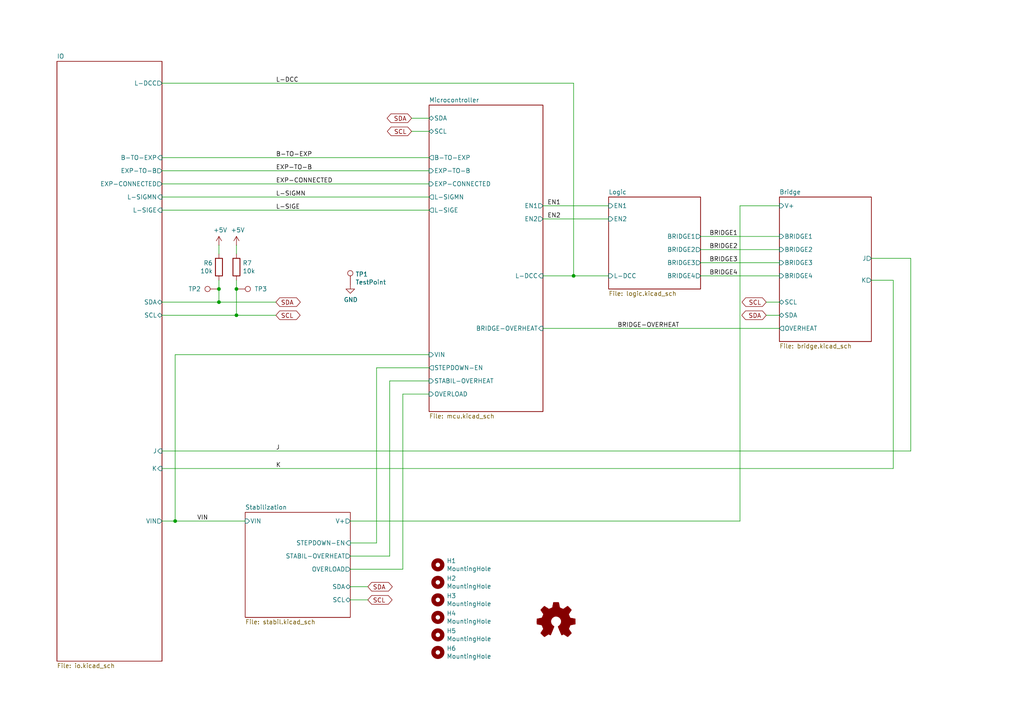
<source format=kicad_sch>
(kicad_sch (version 20231120) (generator "eeschema") (generator_version "8.0")
  (paper "A4")
  (title_block (title "HB22 – DCC booster") (date "2021-12-28") (rev "1.0") (company "Model Railroader Club Brno I – KMŽ Brno I – https://kmz-brno.cz/") (comment 1 "Jan Horáček") (comment 2 "https://github.com/kmzbrnoI/hb22") (comment 3 "https://creativecommons.org/licenses/by-sa/4.0/") (comment 4 "Released under the Creative Commons Attribution-ShareAlike 4.0 License"))
  (lib_symbols
    (symbol "Connector:TestPoint" (pin_numbers hide) (pin_names (offset 0.762) hide)
      (property "Reference" "TP" (at 0 6.858 0))
      (property "Value" "TestPoint" (at 0 5.08 0))
      (symbol "TestPoint_0_1"
        (circle (center 0 3.302) (radius 0.762))
      )
      (symbol "TestPoint_1_1"
        (pin passive line (at 0 0 90) (length 2.54) (name "1") (number "1"))
      )
    )
    (symbol "Device:R" (pin_numbers hide) (pin_names (offset 0))
      (property "Reference" "R" (at 2.032 0 90))
      (property "Value" "R" (at 0 0 90))
      (symbol "R_0_1"
        (rectangle (start -1.016 -2.54) (end 1.016 2.54) (stroke (width 0.254)))
      )
      (symbol "R_1_1"
        (pin passive line (at 0 3.81 270) (length 1.27) (name "~") (number "1"))
        (pin passive line (at 0 -3.81 90) (length 1.27) (name "~") (number "2"))
      )
    )
    (symbol "Graphic:Logo_Open_Hardware_Small" (in_bom no) (on_board no)
      (symbol "Logo_Open_Hardware_Small_0_1"
        (polyline (pts (xy 3.3528 -4.3434) (xy 3.302 -4.318) (xy 3.175 -4.2418) (xy 2.9972 -4.1148) (xy 2.7686 -3.9624) (xy 2.54 -3.81) (xy 2.3622 -3.7084) (xy 2.2352 -3.6068) (xy 2.1844 -3.5814) (xy 2.159 -3.6068) (xy 2.0574 -3.6576) (xy 1.905 -3.7338) (xy 1.8034 -3.7846) (xy 1.6764 -3.8354) (xy 1.6002 -3.8354) (xy 1.6002 -3.8354) (xy 1.5494 -3.7338) (xy 1.4732 -3.5306) (xy 1.3462 -3.302) (xy 1.2446 -3.0226) (xy 1.1176 -2.7178) (xy 0.9652 -2.413) (xy 0.8636 -2.1082) (xy 0.7366 -1.8288) (xy 0.6604 -1.6256) (xy 0.6096 -1.4732) (xy 0.5842 -1.397) (xy 0.5842 -1.397) (xy 0.6604 -1.3208) (xy 0.7874 -1.2446) (xy 1.0414 -1.016) (xy 1.2954 -0.6858) (xy 1.4478 -0.3302) (xy 1.524 0.0762) (xy 1.4732 0.4572) (xy 1.3208 0.8128) (xy 1.0668 1.143) (xy 0.762 1.3716) (xy 0.4064 1.524) (xy 0 1.5748) (xy -0.381 1.5494) (xy -0.7366 1.397) (xy -1.0668 1.143) (xy -1.2192 0.9906) (xy -1.397 0.6604) (xy -1.524 0.3048) (xy -1.524 0.2286) (xy -1.4986 -0.1778) (xy -1.397 -0.5334) (xy -1.1938 -0.8636) (xy -0.9144 -1.143) (xy -0.8636 -1.1684) (xy -0.7366 -1.27) (xy -0.635 -1.3462) (xy -0.5842 -1.397) (xy -1.0668 -2.5908) (xy -1.143 -2.794) (xy -1.2954 -3.1242) (xy -1.397 -3.4036) (xy -1.4986 -3.6322) (xy -1.5748 -3.7846) (xy -1.6002 -3.8354) (xy -1.6002 -3.8354) (xy -1.651 -3.8354) (xy -1.7272 -3.81) (xy -1.905 -3.7338) (xy -2.0066 -3.683) (xy -2.1336 -3.6068) (xy -2.2098 -3.5814) (xy -2.2606 -3.6068) (xy -2.3622 -3.683) (xy -2.54 -3.81) (xy -2.7686 -3.9624) (xy -2.9718 -4.0894) (xy -3.1496 -4.2164) (xy -3.302 -4.318) (xy -3.3528 -4.3434) (xy -3.3782 -4.3434) (xy -3.429 -4.318) (xy -3.5306 -4.2164) (xy -3.7084 -4.064) (xy -3.937 -3.8354) (xy -3.9624 -3.81) (xy -4.1656 -3.6068) (xy -4.318 -3.4544) (xy -4.4196 -3.3274) (xy -4.445 -3.2766) (xy -4.445 -3.2766) (xy -4.4196 -3.2258) (xy -4.318 -3.0734) (xy -4.2164 -2.8956) (xy -4.064 -2.667) (xy -3.6576 -2.0828) (xy -3.8862 -1.5494) (xy -3.937 -1.3716) (xy -4.0386 -1.1684) (xy -4.0894 -1.0414) (xy -4.1148 -0.9652) (xy -4.191 -0.9398) (xy -4.318 -0.9144) (xy -4.5466 -0.8636) (xy -4.8006 -0.8128) (xy -5.0546 -0.7874) (xy -5.2578 -0.7366) (xy -5.4356 -0.7112) (xy -5.5118 -0.6858) (xy -5.5118 -0.6858) (xy -5.5372 -0.635) (xy -5.5372 -0.5588) (xy -5.5372 -0.4318) (xy -5.5626 -0.2286) (xy -5.5626 0.0762) (xy -5.5626 0.127) (xy -5.5372 0.4064) (xy -5.5372 0.635) (xy -5.5372 0.762) (xy -5.5372 0.8382) (xy -5.5372 0.8382) (xy -5.461 0.8382) (xy -5.3086 0.889) (xy -5.08 0.9144) (xy -4.826 0.9652) (xy -4.8006 0.9906) (xy -4.5466 1.0414) (xy -4.318 1.0668) (xy -4.1656 1.1176) (xy -4.0894 1.143) (xy -4.0894 1.143) (xy -4.0386 1.2446) (xy -3.9624 1.4224) (xy -3.8608 1.6256) (xy -3.7846 1.8288) (xy -3.7084 2.0066) (xy -3.6576 2.159) (xy -3.6322 2.2098) (xy -3.6322 2.2098) (xy -3.683 2.286) (xy -3.7592 2.413) (xy -3.8862 2.5908) (xy -4.064 2.8194) (xy -4.064 2.8448) (xy -4.2164 3.0734) (xy -4.3434 3.2512) (xy -4.4196 3.3782) (xy -4.445 3.4544) (xy -4.445 3.4544) (xy -4.3942 3.5052) (xy -4.2926 3.6322) (xy -4.1148 3.81) (xy -3.937 4.0132) (xy -3.8608 4.064) (xy -3.6576 4.2926) (xy -3.5052 4.4196) (xy -3.4036 4.4958) (xy -3.3528 4.5212) (xy -3.3528 4.5212) (xy -3.302 4.4704) (xy -3.1496 4.3688) (xy -2.9718 4.2418) (xy -2.7432 4.0894) (xy -2.7178 4.0894) (xy -2.4892 3.937) (xy -2.3114 3.81) (xy -2.1844 3.7084) (xy -2.1336 3.683) (xy -2.1082 3.683) (xy -2.032 3.7084) (xy -1.8542 3.7592) (xy -1.6764 3.8354) (xy -1.4732 3.937) (xy -1.27 4.0132) (xy -1.143 4.064) (xy -1.0668 4.1148) (xy -1.0668 4.1148) (xy -1.0414 4.191) (xy -1.016 4.3434) (xy -0.9652 4.572) (xy -0.9144 4.8514) (xy -0.889 4.9022) (xy -0.8382 5.1562) (xy -0.8128 5.3848) (xy -0.7874 5.5372) (xy -0.762 5.588) (xy -0.7112 5.6134) (xy -0.5842 5.6134) (xy -0.4064 5.6134) (xy -0.1524 5.6134) (xy 0.0762 5.6134) (xy 0.3302 5.6134) (xy 0.5334 5.6134) (xy 0.6858 5.588) (xy 0.7366 5.588) (xy 0.7366 5.588) (xy 0.762 5.5118) (xy 0.8128 5.334) (xy 0.8382 5.1054) (xy 0.9144 4.826) (xy 0.9144 4.7752) (xy 0.9652 4.5212) (xy 1.016 4.2926) (xy 1.0414 4.1402) (xy 1.0668 4.0894) (xy 1.0668 4.0894) (xy 1.1938 4.0386) (xy 1.3716 3.9624) (xy 1.5748 3.8608) (xy 2.0828 3.6576) (xy 2.7178 4.0894) (xy 2.7686 4.1402) (xy 2.9972 4.2926) (xy 3.175 4.4196) (xy 3.302 4.4958) (xy 3.3782 4.5212) (xy 3.3782 4.5212) (xy 3.429 4.4704) (xy 3.556 4.3434) (xy 3.7338 4.191) (xy 3.9116 3.9878) (xy 4.064 3.8354) (xy 4.2418 3.6576) (xy 4.3434 3.556) (xy 4.4196 3.4798) (xy 4.4196 3.429) (xy 4.4196 3.4036) (xy 4.3942 3.3274) (xy 4.2926 3.2004) (xy 4.1656 2.9972) (xy 4.0132 2.794) (xy 3.8862 2.5908) (xy 3.7592 2.3876) (xy 3.6576 2.2352) (xy 3.6322 2.159) (xy 3.6322 2.1336) (xy 3.683 2.0066) (xy 3.7592 1.8288) (xy 3.8608 1.6002) (xy 4.064 1.1176) (xy 4.3942 1.0414) (xy 4.5974 1.016) (xy 4.8768 0.9652) (xy 5.1308 0.9144) (xy 5.5372 0.8382) (xy 5.5626 -0.6604) (xy 5.4864 -0.6858) (xy 5.4356 -0.6858) (xy 5.2832 -0.7366) (xy 5.0546 -0.762) (xy 4.8006 -0.8128) (xy 4.5974 -0.8636) (xy 4.3688 -0.9144) (xy 4.2164 -0.9398) (xy 4.1402 -0.9398) (xy 4.1148 -0.9652) (xy 4.064 -1.0668) (xy 3.9878 -1.2446) (xy 3.9116 -1.4478) (xy 3.81 -1.651) (xy 3.7338 -1.8542) (xy 3.683 -2.0066) (xy 3.6576 -2.0828) (xy 3.683 -2.1336) (xy 3.7846 -2.2606) (xy 3.8862 -2.4638) (xy 4.0386 -2.667) (xy 4.191 -2.8956) (xy 4.318 -3.0734) (xy 4.3942 -3.2004) (xy 4.445 -3.2766) (xy 4.4196 -3.3274) (xy 4.3434 -3.429) (xy 4.1656 -3.5814) (xy 3.937 -3.8354) (xy 3.8862 -3.8608) (xy 3.683 -4.064) (xy 3.5306 -4.2164) (xy 3.4036 -4.318) (xy 3.3528 -4.3434)) (fill (type outline)))
      )
    )
    (symbol "Mechanical:MountingHole" (pin_names (offset 1.016)) (exclude_from_sim yes) (in_bom no)
      (property "Reference" "H" (at 0 5.08 0))
      (property "Value" "MountingHole" (at 0 3.175 0))
      (symbol "MountingHole_0_1"
        (circle (center 0 0) (radius 1.27) (stroke (width 1.27)))
      )
    )
    (symbol "power:+5V" (power) (pin_numbers hide) (pin_names (offset 0) hide)
      (property "Value" "+5V" (at 0 3.556 0))
      (symbol "+5V_0_1"
        (polyline (pts (xy -0.762 1.27) (xy 0 2.54)))
        (polyline (pts (xy 0 0) (xy 0 2.54)))
        (polyline (pts (xy 0 2.54) (xy 0.762 1.27)))
      )
      (symbol "+5V_1_1"
        (pin power_in line (at 0 0 90) (length 0) (name "~") (number "1"))
      )
    )
    (symbol "power:GND" (power) (pin_numbers hide) (pin_names (offset 0) hide)
      (property "Value" "GND" (at 0 -3.81 0))
      (symbol "GND_0_1"
        (polyline (pts (xy 0 0) (xy 0 -1.27) (xy 1.27 -1.27) (xy 0 -2.54) (xy -1.27 -1.27) (xy 0 -1.27)))
      )
      (symbol "GND_1_1"
        (pin power_in line (at 0 0 270) (length 0) (name "~") (number "1"))
      )
    )
  )
  (junction (at 50.8 151.13))
  (junction (at 68.58 91.44))
  (junction (at 63.5 87.63))
  (junction (at 63.5 83.82))
  (junction (at 166.37 80.01))
  (junction (at 68.58 83.82))
  (wire (pts (xy 68.58 71.12) (xy 68.58 73.66)))
  (wire (pts (xy 46.99 53.34) (xy 124.46 53.34)))
  (wire (pts (xy 124.46 106.68) (xy 109.22 106.68)))
  (wire (pts (xy 157.48 95.25) (xy 226.06 95.25)))
  (wire (pts (xy 226.06 68.58) (xy 203.2 68.58)))
  (wire (pts (xy 68.58 83.82) (xy 68.58 81.28)))
  (wire (pts (xy 176.53 63.5) (xy 157.48 63.5)))
  (wire (pts (xy 46.99 135.89) (xy 259.08 135.89)))
  (wire (pts (xy 264.16 74.93) (xy 252.73 74.93)))
  (wire (pts (xy 222.25 91.44) (xy 226.06 91.44)))
  (wire (pts (xy 63.5 81.28) (xy 63.5 83.82)))
  (wire (pts (xy 116.84 114.3) (xy 124.46 114.3)))
  (wire (pts (xy 50.8 151.13) (xy 71.12 151.13)))
  (wire (pts (xy 68.58 83.82) (xy 68.58 91.44)))
  (wire (pts (xy 124.46 34.29) (xy 119.38 34.29)))
  (wire (pts (xy 50.8 102.87) (xy 124.46 102.87)))
  (wire (pts (xy 63.5 71.12) (xy 63.5 73.66)))
  (wire (pts (xy 68.58 91.44) (xy 80.01 91.44)))
  (wire (pts (xy 166.37 80.01) (xy 176.53 80.01)))
  (wire (pts (xy 101.6 170.18) (xy 106.68 170.18)))
  (wire (pts (xy 63.5 87.63) (xy 80.01 87.63)))
  (wire (pts (xy 109.22 106.68) (xy 109.22 157.48)))
  (wire (pts (xy 203.2 80.01) (xy 226.06 80.01)))
  (wire (pts (xy 157.48 59.69) (xy 176.53 59.69)))
  (wire (pts (xy 46.99 151.13) (xy 50.8 151.13)))
  (wire (pts (xy 157.48 80.01) (xy 166.37 80.01)))
  (wire (pts (xy 46.99 49.53) (xy 124.46 49.53)))
  (wire (pts (xy 46.99 130.81) (xy 264.16 130.81)))
  (wire (pts (xy 46.99 57.15) (xy 124.46 57.15)))
  (wire (pts (xy 113.03 161.29) (xy 113.03 110.49)))
  (wire (pts (xy 101.6 161.29) (xy 113.03 161.29)))
  (wire (pts (xy 259.08 81.28) (xy 252.73 81.28)))
  (wire (pts (xy 124.46 60.96) (xy 46.99 60.96)))
  (wire (pts (xy 63.5 83.82) (xy 63.5 87.63)))
  (wire (pts (xy 264.16 130.81) (xy 264.16 74.93)))
  (wire (pts (xy 101.6 165.1) (xy 116.84 165.1)))
  (wire (pts (xy 222.25 87.63) (xy 226.06 87.63)))
  (wire (pts (xy 101.6 151.13) (xy 214.63 151.13)))
  (wire (pts (xy 46.99 45.72) (xy 124.46 45.72)))
  (wire (pts (xy 259.08 135.89) (xy 259.08 81.28)))
  (wire (pts (xy 214.63 151.13) (xy 214.63 59.69)))
  (wire (pts (xy 124.46 38.1) (xy 119.38 38.1)))
  (wire (pts (xy 46.99 91.44) (xy 68.58 91.44)))
  (wire (pts (xy 214.63 59.69) (xy 226.06 59.69)))
  (wire (pts (xy 101.6 173.99) (xy 106.68 173.99)))
  (wire (pts (xy 109.22 157.48) (xy 101.6 157.48)))
  (wire (pts (xy 203.2 76.2) (xy 226.06 76.2)))
  (wire (pts (xy 166.37 80.01) (xy 166.37 24.13)))
  (wire (pts (xy 113.03 110.49) (xy 124.46 110.49)))
  (wire (pts (xy 203.2 72.39) (xy 226.06 72.39)))
  (wire (pts (xy 166.37 24.13) (xy 46.99 24.13)))
  (wire (pts (xy 46.99 87.63) (xy 63.5 87.63)))
  (wire (pts (xy 116.84 165.1) (xy 116.84 114.3)))
  (wire (pts (xy 50.8 151.13) (xy 50.8 102.87)))
  (label "EN2" (at 158.75 63.5 0))
  (label "BRIDGE1" (at 205.74 68.58 0))
  (label "EN1" (at 158.75 59.69 0))
  (label "B-TO-EXP" (at 80.01 45.72 0))
  (label "EXP-CONNECTED" (at 80.01 53.34 0))
  (label "J" (at 80.01 130.81 0))
  (label "K" (at 80.01 135.89 0))
  (label "BRIDGE3" (at 205.74 76.2 0))
  (label "BRIDGE2" (at 205.74 72.39 0))
  (label "BRIDGE4" (at 205.74 80.01 0))
  (label "VIN" (at 57.15 151.13 0))
  (label "EXP-TO-B" (at 80.01 49.53 0))
  (label "L-DCC" (at 80.01 24.13 0))
  (label "BRIDGE-OVERHEAT" (at 179.07 95.25 0))
  (label "L-SIGE" (at 80.01 60.96 0))
  (label "L-SIGMN" (at 80.01 57.15 0))
  (global_label "SDA" (shape bidirectional) (at 119.38 34.29 180) (property "Intersheetrefs" "${INTERSHEET_REFS}" (effects (hide yes))))
  (global_label "SDA" (shape bidirectional) (at 222.25 91.44 180) (property "Intersheetrefs" "${INTERSHEET_REFS}" (effects (hide yes))))
  (global_label "SDA" (shape bidirectional) (at 106.68 170.18 0) (property "Intersheetrefs" "${INTERSHEET_REFS}" (effects (hide yes))))
  (global_label "SCL" (shape bidirectional) (at 222.25 87.63 180) (property "Intersheetrefs" "${INTERSHEET_REFS}" (effects (hide yes))))
  (global_label "SCL" (shape bidirectional) (at 119.38 38.1 180) (property "Intersheetrefs" "${INTERSHEET_REFS}" (effects (hide yes))))
  (global_label "SDA" (shape bidirectional) (at 80.01 87.63 0) (property "Intersheetrefs" "${INTERSHEET_REFS}" (effects (hide yes))))
  (global_label "SCL" (shape bidirectional) (at 80.01 91.44 0) (property "Intersheetrefs" "${INTERSHEET_REFS}" (effects (hide yes))))
  (global_label "SCL" (shape bidirectional) (at 106.68 173.99 0) (property "Intersheetrefs" "${INTERSHEET_REFS}" (effects (hide yes))))
  (symbol (lib_id "Device:R") (at 68.58 77.47 0) (unit 1)
    (property "Reference" "R7" (at 70.358 76.3016 0) (effects (justify left)))
    (property "Value" "10k" (at 70.358 78.613 0) (effects (justify left)))
    (property "Footprint" "Resistor_SMD:R_0805_2012Metric_Pad1.20x1.40mm_HandSolder" (effects (hide yes)))
    (property "Description" "Resistor" (effects (hide yes)))
    (property "LCSC" "C17414" (effects (hide yes)))
  )
  (symbol (lib_id "Device:R") (at 63.5 77.47 0) (mirror x) (unit 1)
    (property "Reference" "R6" (at 61.722 76.3016 0) (effects (justify right)))
    (property "Value" "10k" (at 61.722 78.613 0) (effects (justify right)))
    (property "Footprint" "Resistor_SMD:R_0805_2012Metric_Pad1.20x1.40mm_HandSolder" (effects (hide yes)))
    (property "Description" "Resistor" (effects (hide yes)))
    (property "LCSC" "C17414" (effects (hide yes)))
  )
  (symbol (lib_id "Connector:TestPoint") (at 68.58 83.82 270) (unit 1)
    (property "Reference" "TP3" (at 77.47 83.82 90) (effects (justify right)))
    (property "Value" "TestPoint" (effects (hide yes)))
    (property "Footprint" "TestPoint:TestPoint_Pad_D1.0mm" (effects (hide yes)))
    (property "Description" "test point" (effects (hide yes)))
  )
  (symbol (lib_id "Connector:TestPoint") (at 63.5 83.82 90) (unit 1)
    (property "Reference" "TP2" (at 54.61 83.82 90) (effects (justify right)))
    (property "Value" "TestPoint" (effects (hide yes)))
    (property "Footprint" "TestPoint:TestPoint_Pad_D1.0mm" (effects (hide yes)))
    (property "Description" "test point" (effects (hide yes)))
  )
  (symbol (lib_id "power:+5V") (at 68.58 71.12 0) (unit 1)
    (property "Reference" "#PWR06" (effects (hide yes)))
    (property "Value" "+5V" (at 68.961 66.7258 0))
    (property "Description" "Power symbol creates a global label with name \"+5V\"" (effects (hide yes)))
  )
  (symbol (lib_id "power:+5V") (at 63.5 71.12 0) (unit 1)
    (property "Reference" "#PWR05" (effects (hide yes)))
    (property "Value" "+5V" (at 63.881 66.7258 0))
    (property "Description" "Power symbol creates a global label with name \"+5V\"" (effects (hide yes)))
  )
  (symbol (lib_id "Graphic:Logo_Open_Hardware_Small") (at 161.29 180.34 0) (unit 1)
    (property "Reference" "#LOGO1" (effects (hide yes)))
    (property "Value" "Logo_Open_Hardware_Small" (effects (hide yes)))
    (property "Description" "Open Hardware logo, small" (effects (hide yes)))
    (property "Sim.Enable" "0" (effects (hide yes)))
  )
  (symbol (lib_id "Mechanical:MountingHole") (at 127 163.83 0) (unit 1)
    (property "Reference" "H1" (at 129.54 162.6616 0) (effects (justify left)))
    (property "Value" "MountingHole" (at 129.54 164.973 0) (effects (justify left)))
    (property "Footprint" "MountingHole:MountingHole_3.2mm_M3_Pad_Via" (effects (hide yes)))
    (property "Description" "Mounting Hole without connection" (effects (hide yes)))
  )
  (symbol (lib_id "Mechanical:MountingHole") (at 127 168.91 0) (unit 1)
    (property "Reference" "H2" (at 129.54 167.7416 0) (effects (justify left)))
    (property "Value" "MountingHole" (at 129.54 170.053 0) (effects (justify left)))
    (property "Footprint" "MountingHole:MountingHole_3.2mm_M3_Pad_Via" (effects (hide yes)))
    (property "Description" "Mounting Hole without connection" (effects (hide yes)))
  )
  (symbol (lib_id "Mechanical:MountingHole") (at 127 173.99 0) (unit 1)
    (property "Reference" "H3" (at 129.54 172.8216 0) (effects (justify left)))
    (property "Value" "MountingHole" (at 129.54 175.133 0) (effects (justify left)))
    (property "Footprint" "MountingHole:MountingHole_3.2mm_M3_Pad_Via" (effects (hide yes)))
    (property "Description" "Mounting Hole without connection" (effects (hide yes)))
  )
  (symbol (lib_id "Mechanical:MountingHole") (at 127 179.07 0) (unit 1)
    (property "Reference" "H4" (at 129.54 177.9016 0) (effects (justify left)))
    (property "Value" "MountingHole" (at 129.54 180.213 0) (effects (justify left)))
    (property "Footprint" "MountingHole:MountingHole_3.2mm_M3_Pad_Via" (effects (hide yes)))
    (property "Description" "Mounting Hole without connection" (effects (hide yes)))
  )
  (symbol (lib_id "Mechanical:MountingHole") (at 127 184.15 0) (unit 1)
    (property "Reference" "H5" (at 129.54 182.9816 0) (effects (justify left)))
    (property "Value" "MountingHole" (at 129.54 185.293 0) (effects (justify left)))
    (property "Footprint" "MountingHole:MountingHole_3.2mm_M3_Pad_Via" (effects (hide yes)))
    (property "Description" "Mounting Hole without connection" (effects (hide yes)))
  )
  (symbol (lib_id "Mechanical:MountingHole") (at 127 189.23 0) (unit 1)
    (property "Reference" "H6" (at 129.54 188.0616 0) (effects (justify left)))
    (property "Value" "MountingHole" (at 129.54 190.373 0) (effects (justify left)))
    (property "Footprint" "MountingHole:MountingHole_3.2mm_M3_Pad_Via" (effects (hide yes)))
    (property "Description" "Mounting Hole without connection" (effects (hide yes)))
  )
  (symbol (lib_id "Connector:TestPoint") (at 101.6 82.55 0) (unit 1)
    (property "Reference" "TP1" (at 103.0732 79.5528 0) (effects (justify left)))
    (property "Value" "TestPoint" (at 103.0732 81.8642 0) (effects (justify left)))
    (property "Footprint" "TestPoint:TestPoint_Loop_D3.50mm_Drill1.4mm_Beaded" (effects (hide yes)))
    (property "Description" "test point" (effects (hide yes)))
  )
  (symbol (lib_id "power:GND") (at 101.6 82.55 0) (unit 1)
    (property "Reference" "#PWR01" (effects (hide yes)))
    (property "Value" "GND" (at 101.727 86.9442 0))
    (property "Description" "Power symbol creates a global label with name \"GND\" , ground" (effects (hide yes)))
  )
  (sheet (at 124.46 30.48) (size 33.02 88.9)
    (property "Sheetname" "Microcontroller" (at 124.46 29.7684 0) (effects (justify left bottom)))
    (property "Sheetfile" "mcu.kicad_sch" (at 124.46 119.9646 0) (effects (justify left top)))
    (pin "L-DCC" input (at 157.48 80.01 0))
    (pin "SDA" bidirectional (at 124.46 34.29 180))
    (pin "SCL" bidirectional (at 124.46 38.1 180))
    (pin "B-TO-EXP" output (at 124.46 45.72 180))
    (pin "EXP-TO-B" input (at 124.46 49.53 180))
    (pin "EXP-CONNECTED" input (at 124.46 53.34 180))
    (pin "EN1" output (at 157.48 59.69 0))
    (pin "EN2" output (at 157.48 63.5 0))
    (pin "BRIDGE-OVERHEAT" input (at 157.48 95.25 0))
    (pin "STABIL-OVERHEAT" input (at 124.46 110.49 180))
    (pin "STEPDOWN-EN" output (at 124.46 106.68 180))
    (pin "L-SIGMN" output (at 124.46 57.15 180))
    (pin "L-SIGE" output (at 124.46 60.96 180))
    (pin "OVERLOAD" input (at 124.46 114.3 180))
    (pin "VIN" input (at 124.46 102.87 180))
  )
  (sheet (at 226.06 57.15) (size 26.67 41.91)
    (property "Sheetname" "Bridge" (at 226.06 56.4384 0) (effects (justify left bottom)))
    (property "Sheetfile" "bridge.kicad_sch" (at 226.06 99.6446 0) (effects (justify left top)))
    (pin "V+" input (at 226.06 59.69 180))
    (pin "K" output (at 252.73 81.28 0))
    (pin "J" output (at 252.73 74.93 0))
    (pin "BRIDGE1" input (at 226.06 68.58 180))
    (pin "BRIDGE2" input (at 226.06 72.39 180))
    (pin "BRIDGE3" input (at 226.06 76.2 180))
    (pin "BRIDGE4" input (at 226.06 80.01 180))
    (pin "OVERHEAT" output (at 226.06 95.25 180))
    (pin "SDA" bidirectional (at 226.06 91.44 180))
    (pin "SCL" bidirectional (at 226.06 87.63 180))
  )
  (sheet (at 176.53 57.15) (size 26.67 26.67)
    (property "Sheetname" "Logic" (at 176.53 56.4384 0) (effects (justify left bottom)))
    (property "Sheetfile" "logic.kicad_sch" (at 176.53 84.4046 0) (effects (justify left top)))
    (pin "EN1" input (at 176.53 59.69 180))
    (pin "EN2" input (at 176.53 63.5 180))
    (pin "BRIDGE1" output (at 203.2 68.58 0))
    (pin "BRIDGE2" output (at 203.2 72.39 0))
    (pin "BRIDGE3" output (at 203.2 76.2 0))
    (pin "BRIDGE4" output (at 203.2 80.01 0))
    (pin "L-DCC" input (at 176.53 80.01 180))
  )
  (sheet (at 16.51 17.78) (size 30.48 173.99)
    (property "Sheetname" "IO" (at 16.51 17.0684 0) (effects (justify left bottom)))
    (property "Sheetfile" "io.kicad_sch" (at 16.51 192.3546 0) (effects (justify left top)))
    (pin "SDA" bidirectional (at 46.99 87.63 0))
    (pin "SCL" bidirectional (at 46.99 91.44 0))
    (pin "EXP-TO-B" output (at 46.99 49.53 0))
    (pin "B-TO-EXP" input (at 46.99 45.72 0))
    (pin "EXP-CONNECTED" output (at 46.99 53.34 0))
    (pin "L-SIGE" input (at 46.99 60.96 0))
    (pin "L-DCC" output (at 46.99 24.13 0))
    (pin "L-SIGMN" input (at 46.99 57.15 0))
    (pin "J" input (at 46.99 130.81 0))
    (pin "K" input (at 46.99 135.89 0))
    (pin "VIN" output (at 46.99 151.13 0))
  )
  (sheet (at 71.12 148.59) (size 30.48 30.48)
    (property "Sheetname" "Stabilization" (at 71.12 147.8784 0) (effects (justify left bottom)))
    (property "Sheetfile" "stabil.kicad_sch" (at 71.12 179.6546 0) (effects (justify left top)))
    (pin "VIN" input (at 71.12 151.13 180))
    (pin "STEPDOWN-EN" input (at 101.6 157.48 0))
    (pin "V+" output (at 101.6 151.13 0))
    (pin "SDA" bidirectional (at 101.6 170.18 0))
    (pin "SCL" bidirectional (at 101.6 173.99 0))
    (pin "STABIL-OVERHEAT" output (at 101.6 161.29 0))
    (pin "OVERLOAD" output (at 101.6 165.1 0))
  )
)
</source>
